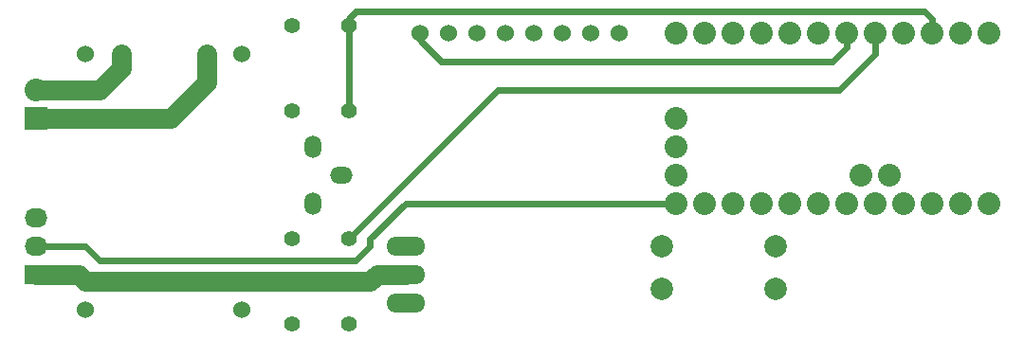
<source format=gbl>
G04 #@! TF.FileFunction,Copper,L2,Bot,Signal*
%FSLAX46Y46*%
G04 Gerber Fmt 4.6, Leading zero omitted, Abs format (unit mm)*
G04 Created by KiCad (PCBNEW 4.0.2+dfsg1-stable) date Wed 06 Sep 2017 09:22:58 AM EDT*
%MOMM*%
G01*
G04 APERTURE LIST*
%ADD10C,0.100000*%
%ADD11C,1.524000*%
%ADD12C,2.032000*%
%ADD13O,1.998980X1.501140*%
%ADD14O,1.501140X1.998980*%
%ADD15O,3.500120X1.699260*%
%ADD16C,1.998980*%
%ADD17C,1.397000*%
%ADD18R,2.032000X2.032000*%
%ADD19O,2.032000X2.032000*%
%ADD20R,2.032000X1.727200*%
%ADD21O,2.032000X1.727200*%
%ADD22C,1.778000*%
%ADD23C,0.609600*%
G04 APERTURE END LIST*
D10*
D11*
X109220000Y-108585000D03*
X116840000Y-108585000D03*
X106045000Y-108585000D03*
X120015000Y-108585000D03*
X120015000Y-131445000D03*
X106045000Y-131445000D03*
D12*
X186690000Y-106680000D03*
X184150000Y-106680000D03*
X181610000Y-106680000D03*
X179070000Y-106680000D03*
X176530000Y-106680000D03*
X173990000Y-106680000D03*
X171450000Y-106680000D03*
X168910000Y-106680000D03*
X166370000Y-106680000D03*
X163830000Y-106680000D03*
X161290000Y-106680000D03*
X158750000Y-106680000D03*
X186690000Y-121920000D03*
X184150000Y-121920000D03*
X181610000Y-121920000D03*
X179070000Y-121920000D03*
X176530000Y-121920000D03*
X173990000Y-121920000D03*
X171450000Y-121920000D03*
X168910000Y-121920000D03*
X166370000Y-121920000D03*
X163830000Y-121920000D03*
X161290000Y-121920000D03*
X158750000Y-121920000D03*
X177800000Y-119380000D03*
X175260000Y-119380000D03*
X158750000Y-119380000D03*
X158750000Y-116840000D03*
X158750000Y-114300000D03*
D13*
X128905000Y-119380000D03*
D14*
X126365000Y-116840000D03*
X126365000Y-121920000D03*
D15*
X134620000Y-128270000D03*
X134620000Y-125730000D03*
X134620000Y-130810000D03*
D16*
X157480000Y-125730000D03*
X167640000Y-125730000D03*
X157480000Y-129540000D03*
X167640000Y-129540000D03*
D17*
X124460000Y-113665000D03*
X129540000Y-113665000D03*
X124460000Y-106045000D03*
X129540000Y-106045000D03*
X124460000Y-132715000D03*
X129540000Y-132715000D03*
X124460000Y-125095000D03*
X129540000Y-125095000D03*
D11*
X153670000Y-106680000D03*
X151130000Y-106680000D03*
X148590000Y-106680000D03*
X146050000Y-106680000D03*
X143510000Y-106680000D03*
X140970000Y-106680000D03*
X138430000Y-106680000D03*
X135890000Y-106680000D03*
D18*
X101600000Y-114300000D03*
D19*
X101600000Y-111760000D03*
D20*
X101600000Y-128270000D03*
D21*
X101600000Y-125730000D03*
X101600000Y-123190000D03*
D22*
X101600000Y-114300000D02*
X113665000Y-114300000D01*
X116840000Y-111125000D02*
X116840000Y-108585000D01*
X113665000Y-114300000D02*
X116840000Y-111125000D01*
X101600000Y-111760000D02*
X107315000Y-111760000D01*
X107315000Y-111760000D02*
X109220000Y-109855000D01*
X109220000Y-109855000D02*
X109220000Y-108585000D01*
X101600000Y-128270000D02*
X105410000Y-128270000D01*
X132080000Y-128270000D02*
X134620000Y-128270000D01*
X131445000Y-128905000D02*
X132080000Y-128270000D01*
X106045000Y-128905000D02*
X131445000Y-128905000D01*
X105410000Y-128270000D02*
X106045000Y-128905000D01*
D23*
X158750000Y-121920000D02*
X134620000Y-121920000D01*
X106045000Y-125730000D02*
X107315000Y-127000000D01*
X107315000Y-127000000D02*
X130175000Y-127000000D01*
X130175000Y-127000000D02*
X131445000Y-125730000D01*
X131445000Y-125730000D02*
X131445000Y-125095000D01*
X131445000Y-125095000D02*
X134620000Y-121920000D01*
X106045000Y-125730000D02*
X101600000Y-125730000D01*
X129540000Y-106045000D02*
X129540000Y-113665000D01*
X129540000Y-106045000D02*
X129540000Y-105410000D01*
X129540000Y-105410000D02*
X130175000Y-104775000D01*
X130175000Y-104775000D02*
X180975000Y-104775000D01*
X180975000Y-104775000D02*
X181610000Y-105410000D01*
X181610000Y-105410000D02*
X181610000Y-106680000D01*
X135890000Y-106680000D02*
X135890000Y-107315000D01*
X135890000Y-107315000D02*
X137795000Y-109220000D01*
X137795000Y-109220000D02*
X172720000Y-109220000D01*
X172720000Y-109220000D02*
X173990000Y-107950000D01*
X173990000Y-107950000D02*
X173990000Y-106680000D01*
X176530000Y-106680000D02*
X176530000Y-108585000D01*
X142875000Y-111760000D02*
X129540000Y-125095000D01*
X144145000Y-111760000D02*
X142875000Y-111760000D01*
X145415000Y-111760000D02*
X144145000Y-111760000D01*
X173355000Y-111760000D02*
X145415000Y-111760000D01*
X176530000Y-108585000D02*
X173355000Y-111760000D01*
M02*

</source>
